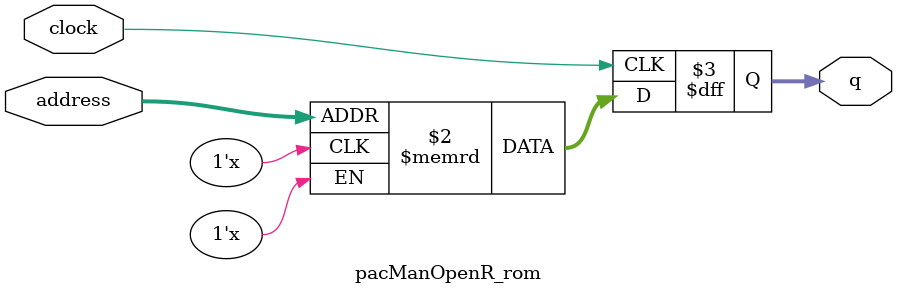
<source format=sv>
module pacManOpenR_rom (
	input logic clock,
	input logic [7:0] address,
	output logic [1:0] q
);

logic [1:0] memory [0:255] /* synthesis ram_init_file = "./pacManOpenR/pacManOpenR.mif" */;

always_ff @ (posedge clock) begin
	q <= memory[address];
end

endmodule

</source>
